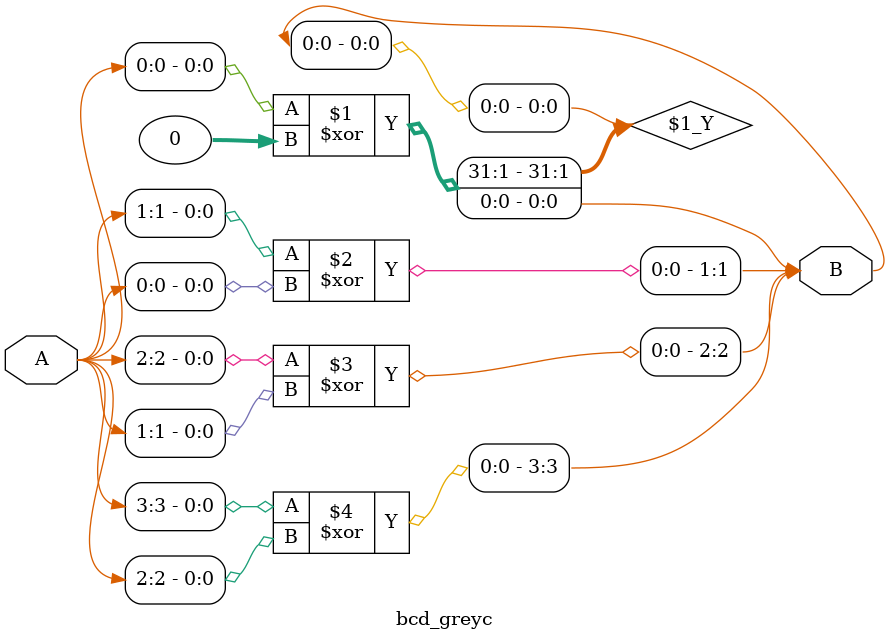
<source format=v>
module bcd_greyc(A,B);
	input [0:3]A;
	output [0:3]B;
	
	xor
		n1(B[0],A[0],0),
		n2(B[1],A[1],A[0]),
		n3(B[2],A[2],A[1]),
		n4(B[3],A[3],A[2]);
endmodule
</source>
